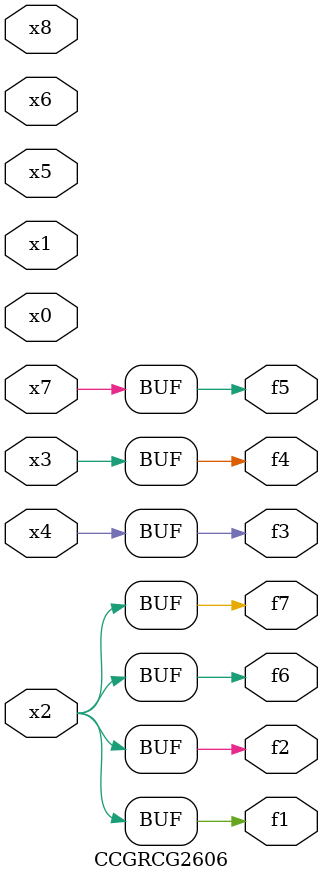
<source format=v>
module CCGRCG2606(
	input x0, x1, x2, x3, x4, x5, x6, x7, x8,
	output f1, f2, f3, f4, f5, f6, f7
);
	assign f1 = x2;
	assign f2 = x2;
	assign f3 = x4;
	assign f4 = x3;
	assign f5 = x7;
	assign f6 = x2;
	assign f7 = x2;
endmodule

</source>
